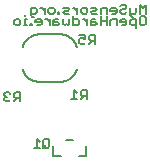
<source format=gbo>
G75*
%MOIN*%
%OFA0B0*%
%FSLAX25Y25*%
%IPPOS*%
%LPD*%
%AMOC8*
5,1,8,0,0,1.08239X$1,22.5*
%
%ADD10C,0.00500*%
%ADD11C,0.00800*%
D10*
X0030457Y0031021D02*
X0031472Y0031021D01*
X0031980Y0031528D01*
X0033212Y0031021D02*
X0034227Y0032036D01*
X0033720Y0032036D02*
X0035242Y0032036D01*
X0035242Y0031021D02*
X0035242Y0034067D01*
X0033720Y0034067D01*
X0033212Y0033559D01*
X0033212Y0032544D01*
X0033720Y0032036D01*
X0031980Y0033559D02*
X0031472Y0034067D01*
X0030457Y0034067D01*
X0029949Y0033559D01*
X0029949Y0033051D01*
X0030457Y0032544D01*
X0029949Y0032036D01*
X0029949Y0031528D01*
X0030457Y0031021D01*
X0030457Y0032544D02*
X0030965Y0032544D01*
X0040688Y0018628D02*
X0040688Y0015582D01*
X0041703Y0015582D02*
X0039673Y0015582D01*
X0041703Y0017613D02*
X0040688Y0018628D01*
X0042935Y0018121D02*
X0042935Y0016090D01*
X0043443Y0015582D01*
X0044458Y0015582D01*
X0044966Y0016090D01*
X0044966Y0018121D01*
X0044458Y0018628D01*
X0043443Y0018628D01*
X0042935Y0018121D01*
X0043950Y0016598D02*
X0042935Y0015582D01*
X0046123Y0016265D02*
X0046123Y0012709D01*
X0048917Y0012709D01*
X0050441Y0018297D02*
X0052854Y0018297D01*
X0057299Y0016265D02*
X0057299Y0012709D01*
X0054759Y0012709D01*
X0054178Y0031741D02*
X0052148Y0031741D01*
X0053163Y0031741D02*
X0053163Y0034786D01*
X0054178Y0033771D01*
X0055410Y0033263D02*
X0055918Y0032756D01*
X0057441Y0032756D01*
X0056426Y0032756D02*
X0055410Y0031741D01*
X0055410Y0033263D02*
X0055410Y0034279D01*
X0055918Y0034786D01*
X0057441Y0034786D01*
X0057441Y0031741D01*
X0058205Y0050161D02*
X0059220Y0051177D01*
X0058713Y0051177D02*
X0060236Y0051177D01*
X0060236Y0050161D02*
X0060236Y0053207D01*
X0058713Y0053207D01*
X0058205Y0052700D01*
X0058205Y0051684D01*
X0058713Y0051177D01*
X0056973Y0051684D02*
X0056973Y0053207D01*
X0054942Y0053207D01*
X0055450Y0052192D02*
X0054942Y0051684D01*
X0054942Y0050669D01*
X0055450Y0050161D01*
X0056465Y0050161D01*
X0056973Y0050669D01*
X0056973Y0051684D02*
X0055958Y0052192D01*
X0055450Y0052192D01*
X0054338Y0056381D02*
X0052815Y0056381D01*
X0052815Y0059427D01*
X0052815Y0058411D02*
X0054338Y0058411D01*
X0054846Y0057904D01*
X0054846Y0056888D01*
X0054338Y0056381D01*
X0056042Y0058411D02*
X0056550Y0058411D01*
X0057565Y0057396D01*
X0057565Y0056381D02*
X0057565Y0058411D01*
X0058797Y0057904D02*
X0058797Y0056381D01*
X0060320Y0056381D01*
X0060827Y0056888D01*
X0060320Y0057396D01*
X0058797Y0057396D01*
X0058797Y0057904D02*
X0059304Y0058411D01*
X0060320Y0058411D01*
X0062059Y0057904D02*
X0064090Y0057904D01*
X0065322Y0057904D02*
X0065322Y0056381D01*
X0064090Y0056381D02*
X0064090Y0059427D01*
X0064090Y0060278D02*
X0064090Y0062309D01*
X0062567Y0062309D01*
X0062059Y0061801D01*
X0062059Y0060278D01*
X0062059Y0059427D02*
X0062059Y0056381D01*
X0065322Y0057904D02*
X0065830Y0058411D01*
X0067353Y0058411D01*
X0067353Y0056381D01*
X0068585Y0057396D02*
X0070615Y0057396D01*
X0070615Y0057904D02*
X0070108Y0058411D01*
X0069092Y0058411D01*
X0068585Y0057904D01*
X0068585Y0057396D01*
X0069092Y0056381D02*
X0070108Y0056381D01*
X0070615Y0056888D01*
X0070615Y0057904D01*
X0071847Y0057904D02*
X0071847Y0056888D01*
X0072355Y0056381D01*
X0073878Y0056381D01*
X0073878Y0055365D02*
X0073878Y0058411D01*
X0072355Y0058411D01*
X0071847Y0057904D01*
X0072355Y0059263D02*
X0071847Y0059771D01*
X0071847Y0062309D01*
X0070615Y0062309D02*
X0070615Y0062817D01*
X0070108Y0063324D01*
X0069092Y0063324D01*
X0068585Y0062817D01*
X0069092Y0061801D02*
X0068585Y0061294D01*
X0068585Y0060786D01*
X0069092Y0060278D01*
X0070108Y0060278D01*
X0070615Y0060786D01*
X0070108Y0061801D02*
X0069092Y0061801D01*
X0070108Y0061801D02*
X0070615Y0062309D01*
X0071847Y0060278D02*
X0073370Y0060278D01*
X0073878Y0060786D01*
X0073878Y0062309D01*
X0075110Y0063324D02*
X0075110Y0060278D01*
X0075618Y0059427D02*
X0075110Y0058919D01*
X0075110Y0056888D01*
X0075618Y0056381D01*
X0076633Y0056381D01*
X0077141Y0056888D01*
X0077141Y0058919D01*
X0076633Y0059427D01*
X0075618Y0059427D01*
X0077141Y0060278D02*
X0077141Y0063324D01*
X0076125Y0062309D01*
X0075110Y0063324D01*
X0072863Y0059263D02*
X0072355Y0059263D01*
X0067353Y0060786D02*
X0066845Y0060278D01*
X0065830Y0060278D01*
X0065322Y0061294D02*
X0067353Y0061294D01*
X0067353Y0061801D02*
X0067353Y0060786D01*
X0067353Y0061801D02*
X0066845Y0062309D01*
X0065830Y0062309D01*
X0065322Y0061801D01*
X0065322Y0061294D01*
X0060827Y0061801D02*
X0060320Y0062309D01*
X0058797Y0062309D01*
X0059304Y0061294D02*
X0060320Y0061294D01*
X0060827Y0061801D01*
X0060827Y0060278D02*
X0059304Y0060278D01*
X0058797Y0060786D01*
X0059304Y0061294D01*
X0057565Y0061801D02*
X0057565Y0060786D01*
X0057057Y0060278D01*
X0056042Y0060278D01*
X0055534Y0060786D01*
X0055534Y0061801D01*
X0056042Y0062309D01*
X0057057Y0062309D01*
X0057565Y0061801D01*
X0054302Y0061294D02*
X0053287Y0062309D01*
X0052779Y0062309D01*
X0051583Y0061801D02*
X0051076Y0062309D01*
X0049553Y0062309D01*
X0050060Y0061294D02*
X0049553Y0060786D01*
X0050060Y0060278D01*
X0051583Y0060278D01*
X0051076Y0061294D02*
X0051583Y0061801D01*
X0051076Y0061294D02*
X0050060Y0061294D01*
X0048321Y0060786D02*
X0048321Y0060278D01*
X0047813Y0060278D01*
X0047813Y0060786D01*
X0048321Y0060786D01*
X0046689Y0060786D02*
X0046182Y0060278D01*
X0045166Y0060278D01*
X0044659Y0060786D01*
X0044659Y0061801D01*
X0045166Y0062309D01*
X0046182Y0062309D01*
X0046689Y0061801D01*
X0046689Y0060786D01*
X0046798Y0058411D02*
X0046290Y0057904D01*
X0046290Y0056381D01*
X0047813Y0056381D01*
X0048321Y0056888D01*
X0047813Y0057396D01*
X0046290Y0057396D01*
X0046798Y0058411D02*
X0047813Y0058411D01*
X0049553Y0058411D02*
X0049553Y0056888D01*
X0050060Y0056381D01*
X0050568Y0056888D01*
X0051076Y0056381D01*
X0051583Y0056888D01*
X0051583Y0058411D01*
X0054302Y0060278D02*
X0054302Y0062309D01*
X0045058Y0058411D02*
X0045058Y0056381D01*
X0045058Y0057396D02*
X0044043Y0058411D01*
X0043535Y0058411D01*
X0042339Y0057904D02*
X0042339Y0056888D01*
X0041832Y0056381D01*
X0040816Y0056381D01*
X0040309Y0057396D02*
X0042339Y0057396D01*
X0042339Y0057904D02*
X0041832Y0058411D01*
X0040816Y0058411D01*
X0040309Y0057904D01*
X0040309Y0057396D01*
X0039077Y0056888D02*
X0038569Y0056888D01*
X0038569Y0056381D01*
X0039077Y0056381D01*
X0039077Y0056888D01*
X0037445Y0056381D02*
X0036430Y0056381D01*
X0036938Y0056381D02*
X0036938Y0058411D01*
X0037445Y0058411D01*
X0036938Y0059427D02*
X0036938Y0059934D01*
X0038677Y0059771D02*
X0038677Y0062309D01*
X0040200Y0062309D01*
X0040708Y0061801D01*
X0040708Y0060786D01*
X0040200Y0060278D01*
X0038677Y0060278D01*
X0038677Y0059771D02*
X0039185Y0059263D01*
X0039693Y0059263D01*
X0041904Y0062309D02*
X0042411Y0062309D01*
X0043427Y0061294D01*
X0043427Y0062309D02*
X0043427Y0060278D01*
X0035270Y0057904D02*
X0035270Y0056888D01*
X0034763Y0056381D01*
X0033747Y0056381D01*
X0033240Y0056888D01*
X0033240Y0057904D01*
X0033747Y0058411D01*
X0034763Y0058411D01*
X0035270Y0057904D01*
D11*
X0041170Y0053375D02*
X0049044Y0053375D01*
X0049193Y0053362D01*
X0049342Y0053346D01*
X0049490Y0053326D01*
X0049637Y0053302D01*
X0049784Y0053274D01*
X0049930Y0053243D01*
X0050075Y0053207D01*
X0050220Y0053168D01*
X0050363Y0053124D01*
X0050505Y0053077D01*
X0050645Y0053027D01*
X0050784Y0052972D01*
X0050922Y0052914D01*
X0051058Y0052853D01*
X0051193Y0052787D01*
X0051326Y0052719D01*
X0051456Y0052647D01*
X0051585Y0052571D01*
X0051712Y0052492D01*
X0051837Y0052409D01*
X0051960Y0052324D01*
X0052080Y0052235D01*
X0052198Y0052143D01*
X0052313Y0052048D01*
X0052426Y0051950D01*
X0052536Y0051849D01*
X0052643Y0051745D01*
X0052748Y0051638D01*
X0052850Y0051529D01*
X0052949Y0051417D01*
X0053045Y0051302D01*
X0053138Y0051185D01*
X0053228Y0051066D01*
X0053314Y0050944D01*
X0053397Y0050820D01*
X0053478Y0050694D01*
X0053554Y0050565D01*
X0053627Y0050435D01*
X0053697Y0050303D01*
X0053764Y0050169D01*
X0053826Y0050033D01*
X0053885Y0049896D01*
X0053941Y0049757D01*
X0053993Y0049617D01*
X0054041Y0049475D01*
X0054085Y0049333D01*
X0054126Y0049189D01*
X0054162Y0049044D01*
X0054162Y0041957D02*
X0054126Y0041812D01*
X0054085Y0041669D01*
X0054041Y0041526D01*
X0053993Y0041384D01*
X0053941Y0041244D01*
X0053885Y0041105D01*
X0053826Y0040968D01*
X0053764Y0040832D01*
X0053697Y0040698D01*
X0053628Y0040566D01*
X0053554Y0040436D01*
X0053478Y0040307D01*
X0053398Y0040181D01*
X0053314Y0040057D01*
X0053228Y0039935D01*
X0053138Y0039816D01*
X0053045Y0039699D01*
X0052949Y0039584D01*
X0052850Y0039472D01*
X0052748Y0039363D01*
X0052644Y0039256D01*
X0052536Y0039152D01*
X0052426Y0039051D01*
X0052313Y0038953D01*
X0052198Y0038858D01*
X0052080Y0038766D01*
X0051960Y0038677D01*
X0051837Y0038591D01*
X0051712Y0038509D01*
X0051585Y0038430D01*
X0051456Y0038354D01*
X0051326Y0038282D01*
X0051193Y0038213D01*
X0051058Y0038148D01*
X0050922Y0038087D01*
X0050784Y0038029D01*
X0050645Y0037974D01*
X0050504Y0037924D01*
X0050363Y0037877D01*
X0050219Y0037833D01*
X0050075Y0037794D01*
X0049930Y0037758D01*
X0049784Y0037727D01*
X0049637Y0037699D01*
X0049490Y0037675D01*
X0049341Y0037655D01*
X0049193Y0037639D01*
X0049044Y0037626D01*
X0049044Y0037627D02*
X0041170Y0037627D01*
X0041170Y0037626D02*
X0041021Y0037639D01*
X0040872Y0037655D01*
X0040724Y0037675D01*
X0040577Y0037699D01*
X0040430Y0037727D01*
X0040284Y0037758D01*
X0040139Y0037794D01*
X0039994Y0037833D01*
X0039851Y0037877D01*
X0039709Y0037924D01*
X0039569Y0037974D01*
X0039430Y0038029D01*
X0039292Y0038087D01*
X0039156Y0038148D01*
X0039021Y0038214D01*
X0038888Y0038282D01*
X0038758Y0038354D01*
X0038629Y0038430D01*
X0038502Y0038509D01*
X0038377Y0038592D01*
X0038254Y0038677D01*
X0038134Y0038766D01*
X0038016Y0038858D01*
X0037901Y0038953D01*
X0037788Y0039051D01*
X0037678Y0039152D01*
X0037571Y0039256D01*
X0037466Y0039363D01*
X0037364Y0039472D01*
X0037265Y0039584D01*
X0037169Y0039699D01*
X0037076Y0039816D01*
X0036986Y0039935D01*
X0036900Y0040057D01*
X0036817Y0040181D01*
X0036736Y0040307D01*
X0036660Y0040436D01*
X0036587Y0040566D01*
X0036517Y0040698D01*
X0036450Y0040832D01*
X0036388Y0040968D01*
X0036329Y0041105D01*
X0036273Y0041244D01*
X0036221Y0041384D01*
X0036173Y0041526D01*
X0036129Y0041668D01*
X0036088Y0041812D01*
X0036052Y0041957D01*
X0036052Y0049045D02*
X0036088Y0049190D01*
X0036129Y0049333D01*
X0036173Y0049476D01*
X0036221Y0049618D01*
X0036273Y0049758D01*
X0036329Y0049897D01*
X0036388Y0050034D01*
X0036450Y0050170D01*
X0036517Y0050304D01*
X0036586Y0050436D01*
X0036660Y0050566D01*
X0036736Y0050695D01*
X0036816Y0050821D01*
X0036900Y0050945D01*
X0036986Y0051067D01*
X0037076Y0051186D01*
X0037169Y0051303D01*
X0037265Y0051418D01*
X0037364Y0051530D01*
X0037466Y0051639D01*
X0037570Y0051746D01*
X0037678Y0051850D01*
X0037788Y0051951D01*
X0037901Y0052049D01*
X0038016Y0052144D01*
X0038134Y0052236D01*
X0038254Y0052325D01*
X0038377Y0052411D01*
X0038502Y0052493D01*
X0038629Y0052572D01*
X0038758Y0052648D01*
X0038888Y0052720D01*
X0039021Y0052789D01*
X0039156Y0052854D01*
X0039292Y0052915D01*
X0039430Y0052973D01*
X0039569Y0053028D01*
X0039710Y0053078D01*
X0039851Y0053125D01*
X0039995Y0053169D01*
X0040139Y0053208D01*
X0040284Y0053244D01*
X0040430Y0053275D01*
X0040577Y0053303D01*
X0040724Y0053327D01*
X0040873Y0053347D01*
X0041021Y0053363D01*
X0041170Y0053376D01*
M02*

</source>
